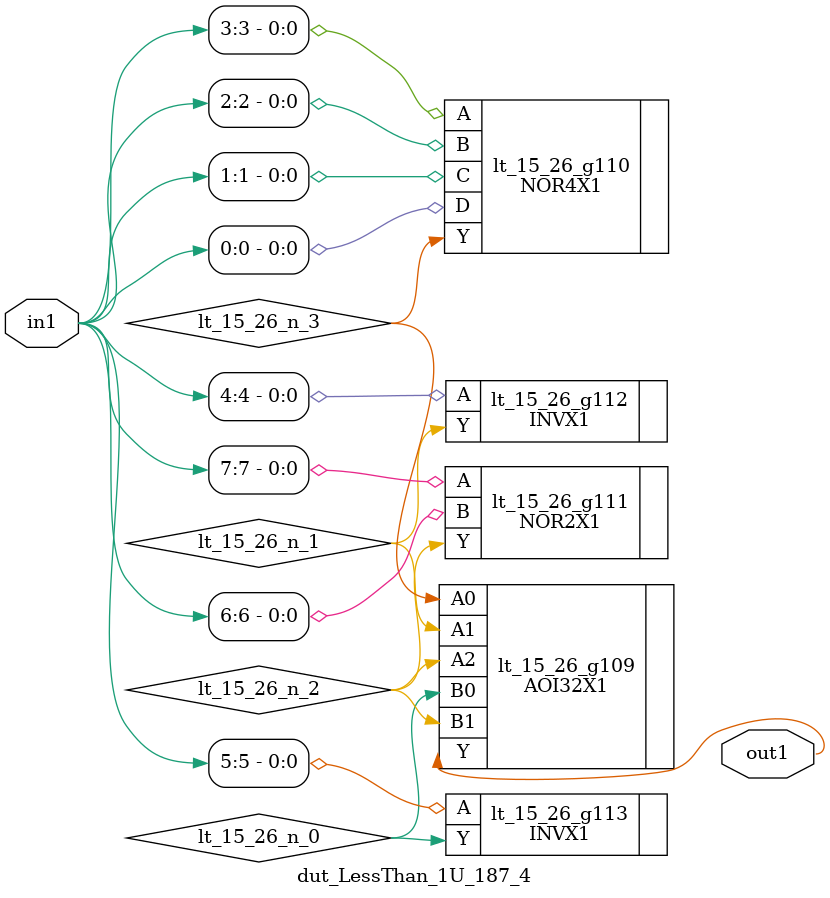
<source format=v>
`timescale 1ps / 1ps


module dut_LessThan_1U_187_4(in1, out1);
  input [7:0] in1;
  output out1;
  wire [7:0] in1;
  wire out1;
  wire lt_15_26_n_0, lt_15_26_n_1, lt_15_26_n_2, lt_15_26_n_3;
  AOI32X1 lt_15_26_g109(.A0 (lt_15_26_n_3), .A1 (lt_15_26_n_1), .A2
       (lt_15_26_n_2), .B0 (lt_15_26_n_0), .B1 (lt_15_26_n_2), .Y
       (out1));
  NOR4X1 lt_15_26_g110(.A (in1[3]), .B (in1[2]), .C (in1[1]), .D
       (in1[0]), .Y (lt_15_26_n_3));
  NOR2X1 lt_15_26_g111(.A (in1[7]), .B (in1[6]), .Y (lt_15_26_n_2));
  INVX1 lt_15_26_g112(.A (in1[4]), .Y (lt_15_26_n_1));
  INVX1 lt_15_26_g113(.A (in1[5]), .Y (lt_15_26_n_0));
endmodule



</source>
